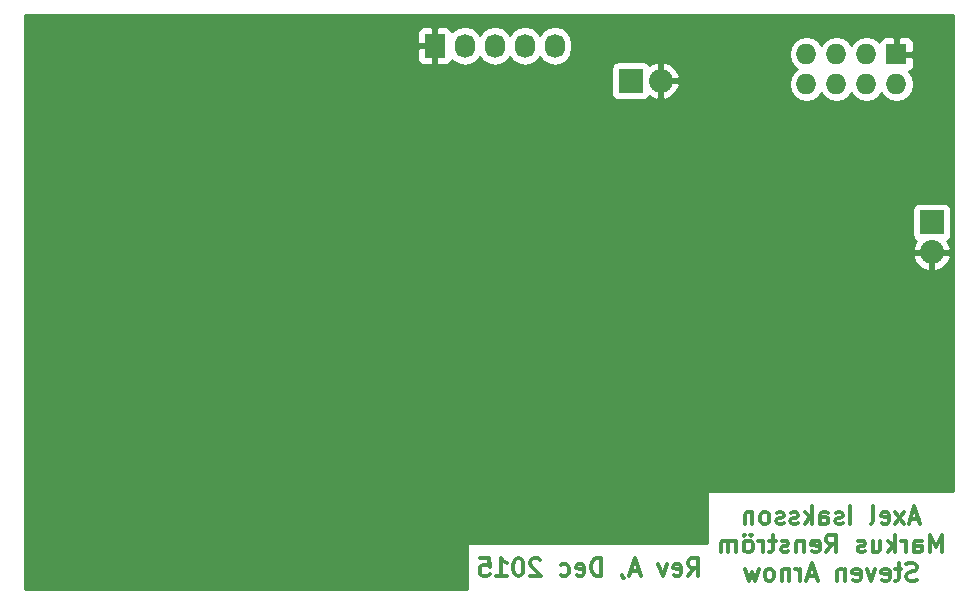
<source format=gbr>
G04 #@! TF.FileFunction,Copper,L2,Bot,Signal*
%FSLAX46Y46*%
G04 Gerber Fmt 4.6, Leading zero omitted, Abs format (unit mm)*
G04 Created by KiCad (PCBNEW (2015-09-28 BZR 6225)-product) date fre 11 dec 2015 17:30:42*
%MOMM*%
G01*
G04 APERTURE LIST*
%ADD10C,0.100000*%
%ADD11C,0.300000*%
%ADD12R,1.727200X1.727200*%
%ADD13O,1.727200X1.727200*%
%ADD14R,1.727200X2.032000*%
%ADD15O,1.727200X2.032000*%
%ADD16R,2.032000X2.032000*%
%ADD17O,2.032000X2.032000*%
%ADD18C,2.540000*%
%ADD19C,0.500000*%
%ADD20C,0.254000*%
G04 APERTURE END LIST*
D10*
D11*
X176357141Y-98178571D02*
X176857141Y-97464286D01*
X177214284Y-98178571D02*
X177214284Y-96678571D01*
X176642856Y-96678571D01*
X176499998Y-96750000D01*
X176428570Y-96821429D01*
X176357141Y-96964286D01*
X176357141Y-97178571D01*
X176428570Y-97321429D01*
X176499998Y-97392857D01*
X176642856Y-97464286D01*
X177214284Y-97464286D01*
X175142856Y-98107143D02*
X175285713Y-98178571D01*
X175571427Y-98178571D01*
X175714284Y-98107143D01*
X175785713Y-97964286D01*
X175785713Y-97392857D01*
X175714284Y-97250000D01*
X175571427Y-97178571D01*
X175285713Y-97178571D01*
X175142856Y-97250000D01*
X175071427Y-97392857D01*
X175071427Y-97535714D01*
X175785713Y-97678571D01*
X174571427Y-97178571D02*
X174214284Y-98178571D01*
X173857142Y-97178571D01*
X172214285Y-97750000D02*
X171499999Y-97750000D01*
X172357142Y-98178571D02*
X171857142Y-96678571D01*
X171357142Y-98178571D01*
X170785714Y-98107143D02*
X170785714Y-98178571D01*
X170857142Y-98321429D01*
X170928571Y-98392857D01*
X168999999Y-98178571D02*
X168999999Y-96678571D01*
X168642856Y-96678571D01*
X168428571Y-96750000D01*
X168285713Y-96892857D01*
X168214285Y-97035714D01*
X168142856Y-97321429D01*
X168142856Y-97535714D01*
X168214285Y-97821429D01*
X168285713Y-97964286D01*
X168428571Y-98107143D01*
X168642856Y-98178571D01*
X168999999Y-98178571D01*
X166928571Y-98107143D02*
X167071428Y-98178571D01*
X167357142Y-98178571D01*
X167499999Y-98107143D01*
X167571428Y-97964286D01*
X167571428Y-97392857D01*
X167499999Y-97250000D01*
X167357142Y-97178571D01*
X167071428Y-97178571D01*
X166928571Y-97250000D01*
X166857142Y-97392857D01*
X166857142Y-97535714D01*
X167571428Y-97678571D01*
X165571428Y-98107143D02*
X165714285Y-98178571D01*
X165999999Y-98178571D01*
X166142857Y-98107143D01*
X166214285Y-98035714D01*
X166285714Y-97892857D01*
X166285714Y-97464286D01*
X166214285Y-97321429D01*
X166142857Y-97250000D01*
X165999999Y-97178571D01*
X165714285Y-97178571D01*
X165571428Y-97250000D01*
X163857143Y-96821429D02*
X163785714Y-96750000D01*
X163642857Y-96678571D01*
X163285714Y-96678571D01*
X163142857Y-96750000D01*
X163071428Y-96821429D01*
X163000000Y-96964286D01*
X163000000Y-97107143D01*
X163071428Y-97321429D01*
X163928571Y-98178571D01*
X163000000Y-98178571D01*
X162071429Y-96678571D02*
X161928572Y-96678571D01*
X161785715Y-96750000D01*
X161714286Y-96821429D01*
X161642857Y-96964286D01*
X161571429Y-97250000D01*
X161571429Y-97607143D01*
X161642857Y-97892857D01*
X161714286Y-98035714D01*
X161785715Y-98107143D01*
X161928572Y-98178571D01*
X162071429Y-98178571D01*
X162214286Y-98107143D01*
X162285715Y-98035714D01*
X162357143Y-97892857D01*
X162428572Y-97607143D01*
X162428572Y-97250000D01*
X162357143Y-96964286D01*
X162285715Y-96821429D01*
X162214286Y-96750000D01*
X162071429Y-96678571D01*
X160142858Y-98178571D02*
X161000001Y-98178571D01*
X160571429Y-98178571D02*
X160571429Y-96678571D01*
X160714286Y-96892857D01*
X160857144Y-97035714D01*
X161000001Y-97107143D01*
X158785715Y-96678571D02*
X159500001Y-96678571D01*
X159571430Y-97392857D01*
X159500001Y-97321429D01*
X159357144Y-97250000D01*
X159000001Y-97250000D01*
X158857144Y-97321429D01*
X158785715Y-97392857D01*
X158714287Y-97535714D01*
X158714287Y-97892857D01*
X158785715Y-98035714D01*
X158857144Y-98107143D01*
X159000001Y-98178571D01*
X159357144Y-98178571D01*
X159500001Y-98107143D01*
X159571430Y-98035714D01*
X195892858Y-93350000D02*
X195178572Y-93350000D01*
X196035715Y-93778571D02*
X195535715Y-92278571D01*
X195035715Y-93778571D01*
X194678572Y-93778571D02*
X193892858Y-92778571D01*
X194678572Y-92778571D02*
X193892858Y-93778571D01*
X192750001Y-93707143D02*
X192892858Y-93778571D01*
X193178572Y-93778571D01*
X193321429Y-93707143D01*
X193392858Y-93564286D01*
X193392858Y-92992857D01*
X193321429Y-92850000D01*
X193178572Y-92778571D01*
X192892858Y-92778571D01*
X192750001Y-92850000D01*
X192678572Y-92992857D01*
X192678572Y-93135714D01*
X193392858Y-93278571D01*
X191821429Y-93778571D02*
X191964287Y-93707143D01*
X192035715Y-93564286D01*
X192035715Y-92278571D01*
X190107144Y-93778571D02*
X190107144Y-92278571D01*
X189464287Y-93707143D02*
X189321430Y-93778571D01*
X189035715Y-93778571D01*
X188892858Y-93707143D01*
X188821430Y-93564286D01*
X188821430Y-93492857D01*
X188892858Y-93350000D01*
X189035715Y-93278571D01*
X189250001Y-93278571D01*
X189392858Y-93207143D01*
X189464287Y-93064286D01*
X189464287Y-92992857D01*
X189392858Y-92850000D01*
X189250001Y-92778571D01*
X189035715Y-92778571D01*
X188892858Y-92850000D01*
X187535715Y-93778571D02*
X187535715Y-92992857D01*
X187607144Y-92850000D01*
X187750001Y-92778571D01*
X188035715Y-92778571D01*
X188178572Y-92850000D01*
X187535715Y-93707143D02*
X187678572Y-93778571D01*
X188035715Y-93778571D01*
X188178572Y-93707143D01*
X188250001Y-93564286D01*
X188250001Y-93421429D01*
X188178572Y-93278571D01*
X188035715Y-93207143D01*
X187678572Y-93207143D01*
X187535715Y-93135714D01*
X186821429Y-93778571D02*
X186821429Y-92278571D01*
X186678572Y-93207143D02*
X186250001Y-93778571D01*
X186250001Y-92778571D02*
X186821429Y-93350000D01*
X185678572Y-93707143D02*
X185535715Y-93778571D01*
X185250000Y-93778571D01*
X185107143Y-93707143D01*
X185035715Y-93564286D01*
X185035715Y-93492857D01*
X185107143Y-93350000D01*
X185250000Y-93278571D01*
X185464286Y-93278571D01*
X185607143Y-93207143D01*
X185678572Y-93064286D01*
X185678572Y-92992857D01*
X185607143Y-92850000D01*
X185464286Y-92778571D01*
X185250000Y-92778571D01*
X185107143Y-92850000D01*
X184464286Y-93707143D02*
X184321429Y-93778571D01*
X184035714Y-93778571D01*
X183892857Y-93707143D01*
X183821429Y-93564286D01*
X183821429Y-93492857D01*
X183892857Y-93350000D01*
X184035714Y-93278571D01*
X184250000Y-93278571D01*
X184392857Y-93207143D01*
X184464286Y-93064286D01*
X184464286Y-92992857D01*
X184392857Y-92850000D01*
X184250000Y-92778571D01*
X184035714Y-92778571D01*
X183892857Y-92850000D01*
X182964285Y-93778571D02*
X183107143Y-93707143D01*
X183178571Y-93635714D01*
X183250000Y-93492857D01*
X183250000Y-93064286D01*
X183178571Y-92921429D01*
X183107143Y-92850000D01*
X182964285Y-92778571D01*
X182750000Y-92778571D01*
X182607143Y-92850000D01*
X182535714Y-92921429D01*
X182464285Y-93064286D01*
X182464285Y-93492857D01*
X182535714Y-93635714D01*
X182607143Y-93707143D01*
X182750000Y-93778571D01*
X182964285Y-93778571D01*
X181821428Y-92778571D02*
X181821428Y-93778571D01*
X181821428Y-92921429D02*
X181750000Y-92850000D01*
X181607142Y-92778571D01*
X181392857Y-92778571D01*
X181250000Y-92850000D01*
X181178571Y-92992857D01*
X181178571Y-93778571D01*
X197857143Y-96178571D02*
X197857143Y-94678571D01*
X197357143Y-95750000D01*
X196857143Y-94678571D01*
X196857143Y-96178571D01*
X195500000Y-96178571D02*
X195500000Y-95392857D01*
X195571429Y-95250000D01*
X195714286Y-95178571D01*
X196000000Y-95178571D01*
X196142857Y-95250000D01*
X195500000Y-96107143D02*
X195642857Y-96178571D01*
X196000000Y-96178571D01*
X196142857Y-96107143D01*
X196214286Y-95964286D01*
X196214286Y-95821429D01*
X196142857Y-95678571D01*
X196000000Y-95607143D01*
X195642857Y-95607143D01*
X195500000Y-95535714D01*
X194785714Y-96178571D02*
X194785714Y-95178571D01*
X194785714Y-95464286D02*
X194714286Y-95321429D01*
X194642857Y-95250000D01*
X194500000Y-95178571D01*
X194357143Y-95178571D01*
X193857143Y-96178571D02*
X193857143Y-94678571D01*
X193714286Y-95607143D02*
X193285715Y-96178571D01*
X193285715Y-95178571D02*
X193857143Y-95750000D01*
X192000000Y-95178571D02*
X192000000Y-96178571D01*
X192642857Y-95178571D02*
X192642857Y-95964286D01*
X192571429Y-96107143D01*
X192428571Y-96178571D01*
X192214286Y-96178571D01*
X192071429Y-96107143D01*
X192000000Y-96035714D01*
X191357143Y-96107143D02*
X191214286Y-96178571D01*
X190928571Y-96178571D01*
X190785714Y-96107143D01*
X190714286Y-95964286D01*
X190714286Y-95892857D01*
X190785714Y-95750000D01*
X190928571Y-95678571D01*
X191142857Y-95678571D01*
X191285714Y-95607143D01*
X191357143Y-95464286D01*
X191357143Y-95392857D01*
X191285714Y-95250000D01*
X191142857Y-95178571D01*
X190928571Y-95178571D01*
X190785714Y-95250000D01*
X188071428Y-96178571D02*
X188571428Y-95464286D01*
X188928571Y-96178571D02*
X188928571Y-94678571D01*
X188357143Y-94678571D01*
X188214285Y-94750000D01*
X188142857Y-94821429D01*
X188071428Y-94964286D01*
X188071428Y-95178571D01*
X188142857Y-95321429D01*
X188214285Y-95392857D01*
X188357143Y-95464286D01*
X188928571Y-95464286D01*
X186857143Y-96107143D02*
X187000000Y-96178571D01*
X187285714Y-96178571D01*
X187428571Y-96107143D01*
X187500000Y-95964286D01*
X187500000Y-95392857D01*
X187428571Y-95250000D01*
X187285714Y-95178571D01*
X187000000Y-95178571D01*
X186857143Y-95250000D01*
X186785714Y-95392857D01*
X186785714Y-95535714D01*
X187500000Y-95678571D01*
X186142857Y-95178571D02*
X186142857Y-96178571D01*
X186142857Y-95321429D02*
X186071429Y-95250000D01*
X185928571Y-95178571D01*
X185714286Y-95178571D01*
X185571429Y-95250000D01*
X185500000Y-95392857D01*
X185500000Y-96178571D01*
X184857143Y-96107143D02*
X184714286Y-96178571D01*
X184428571Y-96178571D01*
X184285714Y-96107143D01*
X184214286Y-95964286D01*
X184214286Y-95892857D01*
X184285714Y-95750000D01*
X184428571Y-95678571D01*
X184642857Y-95678571D01*
X184785714Y-95607143D01*
X184857143Y-95464286D01*
X184857143Y-95392857D01*
X184785714Y-95250000D01*
X184642857Y-95178571D01*
X184428571Y-95178571D01*
X184285714Y-95250000D01*
X183785714Y-95178571D02*
X183214285Y-95178571D01*
X183571428Y-94678571D02*
X183571428Y-95964286D01*
X183500000Y-96107143D01*
X183357142Y-96178571D01*
X183214285Y-96178571D01*
X182714285Y-96178571D02*
X182714285Y-95178571D01*
X182714285Y-95464286D02*
X182642857Y-95321429D01*
X182571428Y-95250000D01*
X182428571Y-95178571D01*
X182285714Y-95178571D01*
X181571428Y-96178571D02*
X181714286Y-96107143D01*
X181785714Y-96035714D01*
X181857143Y-95892857D01*
X181857143Y-95464286D01*
X181785714Y-95321429D01*
X181714286Y-95250000D01*
X181571428Y-95178571D01*
X181357143Y-95178571D01*
X181214286Y-95250000D01*
X181142857Y-95321429D01*
X181071428Y-95464286D01*
X181071428Y-95892857D01*
X181142857Y-96035714D01*
X181214286Y-96107143D01*
X181357143Y-96178571D01*
X181571428Y-96178571D01*
X181714286Y-94678571D02*
X181642857Y-94750000D01*
X181714286Y-94821429D01*
X181785714Y-94750000D01*
X181714286Y-94678571D01*
X181714286Y-94821429D01*
X181142857Y-94678571D02*
X181071428Y-94750000D01*
X181142857Y-94821429D01*
X181214286Y-94750000D01*
X181142857Y-94678571D01*
X181142857Y-94821429D01*
X180428571Y-96178571D02*
X180428571Y-95178571D01*
X180428571Y-95321429D02*
X180357143Y-95250000D01*
X180214285Y-95178571D01*
X180000000Y-95178571D01*
X179857143Y-95250000D01*
X179785714Y-95392857D01*
X179785714Y-96178571D01*
X179785714Y-95392857D02*
X179714285Y-95250000D01*
X179571428Y-95178571D01*
X179357143Y-95178571D01*
X179214285Y-95250000D01*
X179142857Y-95392857D01*
X179142857Y-96178571D01*
X195714285Y-98507143D02*
X195499999Y-98578571D01*
X195142856Y-98578571D01*
X194999999Y-98507143D01*
X194928570Y-98435714D01*
X194857142Y-98292857D01*
X194857142Y-98150000D01*
X194928570Y-98007143D01*
X194999999Y-97935714D01*
X195142856Y-97864286D01*
X195428570Y-97792857D01*
X195571428Y-97721429D01*
X195642856Y-97650000D01*
X195714285Y-97507143D01*
X195714285Y-97364286D01*
X195642856Y-97221429D01*
X195571428Y-97150000D01*
X195428570Y-97078571D01*
X195071428Y-97078571D01*
X194857142Y-97150000D01*
X194428571Y-97578571D02*
X193857142Y-97578571D01*
X194214285Y-97078571D02*
X194214285Y-98364286D01*
X194142857Y-98507143D01*
X193999999Y-98578571D01*
X193857142Y-98578571D01*
X192785714Y-98507143D02*
X192928571Y-98578571D01*
X193214285Y-98578571D01*
X193357142Y-98507143D01*
X193428571Y-98364286D01*
X193428571Y-97792857D01*
X193357142Y-97650000D01*
X193214285Y-97578571D01*
X192928571Y-97578571D01*
X192785714Y-97650000D01*
X192714285Y-97792857D01*
X192714285Y-97935714D01*
X193428571Y-98078571D01*
X192214285Y-97578571D02*
X191857142Y-98578571D01*
X191500000Y-97578571D01*
X190357143Y-98507143D02*
X190500000Y-98578571D01*
X190785714Y-98578571D01*
X190928571Y-98507143D01*
X191000000Y-98364286D01*
X191000000Y-97792857D01*
X190928571Y-97650000D01*
X190785714Y-97578571D01*
X190500000Y-97578571D01*
X190357143Y-97650000D01*
X190285714Y-97792857D01*
X190285714Y-97935714D01*
X191000000Y-98078571D01*
X189642857Y-97578571D02*
X189642857Y-98578571D01*
X189642857Y-97721429D02*
X189571429Y-97650000D01*
X189428571Y-97578571D01*
X189214286Y-97578571D01*
X189071429Y-97650000D01*
X189000000Y-97792857D01*
X189000000Y-98578571D01*
X187214286Y-98150000D02*
X186500000Y-98150000D01*
X187357143Y-98578571D02*
X186857143Y-97078571D01*
X186357143Y-98578571D01*
X185857143Y-98578571D02*
X185857143Y-97578571D01*
X185857143Y-97864286D02*
X185785715Y-97721429D01*
X185714286Y-97650000D01*
X185571429Y-97578571D01*
X185428572Y-97578571D01*
X184928572Y-97578571D02*
X184928572Y-98578571D01*
X184928572Y-97721429D02*
X184857144Y-97650000D01*
X184714286Y-97578571D01*
X184500001Y-97578571D01*
X184357144Y-97650000D01*
X184285715Y-97792857D01*
X184285715Y-98578571D01*
X183357143Y-98578571D02*
X183500001Y-98507143D01*
X183571429Y-98435714D01*
X183642858Y-98292857D01*
X183642858Y-97864286D01*
X183571429Y-97721429D01*
X183500001Y-97650000D01*
X183357143Y-97578571D01*
X183142858Y-97578571D01*
X183000001Y-97650000D01*
X182928572Y-97721429D01*
X182857143Y-97864286D01*
X182857143Y-98292857D01*
X182928572Y-98435714D01*
X183000001Y-98507143D01*
X183142858Y-98578571D01*
X183357143Y-98578571D01*
X182357143Y-97578571D02*
X182071429Y-98578571D01*
X181785715Y-97864286D01*
X181500000Y-98578571D01*
X181214286Y-97578571D01*
D12*
X194000000Y-54000000D03*
D13*
X194000000Y-56540000D03*
X191460000Y-54000000D03*
X191460000Y-56540000D03*
X188920000Y-54000000D03*
X188920000Y-56540000D03*
X186380000Y-54000000D03*
X186380000Y-56540000D03*
D14*
X154920000Y-53300000D03*
D15*
X157460000Y-53300000D03*
X160000000Y-53300000D03*
X162540000Y-53300000D03*
X165080000Y-53300000D03*
D16*
X197000000Y-68250000D03*
D17*
X197000000Y-70790000D03*
D16*
X171500000Y-56250000D03*
D17*
X174040000Y-56250000D03*
D18*
X180000000Y-70250000D03*
X183500000Y-80500000D03*
X168500000Y-82250000D03*
X156500000Y-81500000D03*
X139000000Y-87000000D03*
X137500000Y-80500000D03*
X135000000Y-65250000D03*
D19*
X180000000Y-70250000D02*
X177250000Y-70250000D01*
X183500000Y-80500000D02*
X181250000Y-80500000D01*
X168500000Y-82250000D02*
X167230001Y-80980001D01*
X167230001Y-80980001D02*
X167230001Y-80730001D01*
X156500000Y-81500000D02*
X157769999Y-80230001D01*
X157769999Y-80230001D02*
X157769999Y-80019999D01*
X139000000Y-87000000D02*
X140269999Y-85730001D01*
X140269999Y-85730001D02*
X140480001Y-85730001D01*
X137500000Y-80500000D02*
X140000000Y-80500000D01*
X135000000Y-65250000D02*
X136796051Y-65250000D01*
X136796051Y-65250000D02*
X137000000Y-65453949D01*
D20*
G36*
X198790000Y-90965000D02*
X178000714Y-90965000D01*
X178000714Y-95365000D01*
X157643573Y-95365000D01*
X157643573Y-99290000D01*
X120210000Y-99290000D01*
X120210000Y-71172944D01*
X195394025Y-71172944D01*
X195593615Y-71654818D01*
X196031621Y-72127188D01*
X196617054Y-72395983D01*
X196873000Y-72277367D01*
X196873000Y-70917000D01*
X197127000Y-70917000D01*
X197127000Y-72277367D01*
X197382946Y-72395983D01*
X197968379Y-72127188D01*
X198406385Y-71654818D01*
X198605975Y-71172944D01*
X198486836Y-70917000D01*
X197127000Y-70917000D01*
X196873000Y-70917000D01*
X195513164Y-70917000D01*
X195394025Y-71172944D01*
X120210000Y-71172944D01*
X120210000Y-67234000D01*
X195336560Y-67234000D01*
X195336560Y-69266000D01*
X195380838Y-69501317D01*
X195519910Y-69717441D01*
X195682948Y-69828840D01*
X195593615Y-69925182D01*
X195394025Y-70407056D01*
X195513164Y-70663000D01*
X196873000Y-70663000D01*
X196873000Y-70643000D01*
X197127000Y-70643000D01*
X197127000Y-70663000D01*
X198486836Y-70663000D01*
X198605975Y-70407056D01*
X198406385Y-69925182D01*
X198315903Y-69827602D01*
X198467441Y-69730090D01*
X198612431Y-69517890D01*
X198663440Y-69266000D01*
X198663440Y-67234000D01*
X198619162Y-66998683D01*
X198480090Y-66782559D01*
X198267890Y-66637569D01*
X198016000Y-66586560D01*
X195984000Y-66586560D01*
X195748683Y-66630838D01*
X195532559Y-66769910D01*
X195387569Y-66982110D01*
X195336560Y-67234000D01*
X120210000Y-67234000D01*
X120210000Y-55234000D01*
X169836560Y-55234000D01*
X169836560Y-57266000D01*
X169880838Y-57501317D01*
X170019910Y-57717441D01*
X170232110Y-57862431D01*
X170484000Y-57913440D01*
X172516000Y-57913440D01*
X172751317Y-57869162D01*
X172967441Y-57730090D01*
X173078840Y-57567052D01*
X173175182Y-57656385D01*
X173657056Y-57855975D01*
X173913000Y-57736836D01*
X173913000Y-56377000D01*
X174167000Y-56377000D01*
X174167000Y-57736836D01*
X174422944Y-57855975D01*
X174904818Y-57656385D01*
X175377188Y-57218379D01*
X175645983Y-56632946D01*
X175527367Y-56377000D01*
X174167000Y-56377000D01*
X173913000Y-56377000D01*
X173893000Y-56377000D01*
X173893000Y-56123000D01*
X173913000Y-56123000D01*
X173913000Y-54763164D01*
X174167000Y-54763164D01*
X174167000Y-56123000D01*
X175527367Y-56123000D01*
X175645983Y-55867054D01*
X175377188Y-55281621D01*
X174904818Y-54843615D01*
X174422944Y-54644025D01*
X174167000Y-54763164D01*
X173913000Y-54763164D01*
X173657056Y-54644025D01*
X173175182Y-54843615D01*
X173077602Y-54934097D01*
X172980090Y-54782559D01*
X172767890Y-54637569D01*
X172516000Y-54586560D01*
X170484000Y-54586560D01*
X170248683Y-54630838D01*
X170032559Y-54769910D01*
X169887569Y-54982110D01*
X169836560Y-55234000D01*
X120210000Y-55234000D01*
X120210000Y-53585750D01*
X153421400Y-53585750D01*
X153421400Y-54442309D01*
X153518073Y-54675698D01*
X153696701Y-54854327D01*
X153930090Y-54951000D01*
X154634250Y-54951000D01*
X154793000Y-54792250D01*
X154793000Y-53427000D01*
X153580150Y-53427000D01*
X153421400Y-53585750D01*
X120210000Y-53585750D01*
X120210000Y-52157691D01*
X153421400Y-52157691D01*
X153421400Y-53014250D01*
X153580150Y-53173000D01*
X154793000Y-53173000D01*
X154793000Y-51807750D01*
X155047000Y-51807750D01*
X155047000Y-53173000D01*
X155067000Y-53173000D01*
X155067000Y-53427000D01*
X155047000Y-53427000D01*
X155047000Y-54792250D01*
X155205750Y-54951000D01*
X155909910Y-54951000D01*
X156143299Y-54854327D01*
X156321927Y-54675698D01*
X156385500Y-54522220D01*
X156400330Y-54544415D01*
X156886511Y-54869271D01*
X157460000Y-54983345D01*
X158033489Y-54869271D01*
X158519670Y-54544415D01*
X158730000Y-54229634D01*
X158940330Y-54544415D01*
X159426511Y-54869271D01*
X160000000Y-54983345D01*
X160573489Y-54869271D01*
X161059670Y-54544415D01*
X161270000Y-54229634D01*
X161480330Y-54544415D01*
X161966511Y-54869271D01*
X162540000Y-54983345D01*
X163113489Y-54869271D01*
X163599670Y-54544415D01*
X163810000Y-54229634D01*
X164020330Y-54544415D01*
X164506511Y-54869271D01*
X165080000Y-54983345D01*
X165653489Y-54869271D01*
X166139670Y-54544415D01*
X166464526Y-54058234D01*
X166481949Y-53970641D01*
X184881400Y-53970641D01*
X184881400Y-54029359D01*
X184995474Y-54602848D01*
X185320330Y-55089029D01*
X185591172Y-55270000D01*
X185320330Y-55450971D01*
X184995474Y-55937152D01*
X184881400Y-56510641D01*
X184881400Y-56569359D01*
X184995474Y-57142848D01*
X185320330Y-57629029D01*
X185806511Y-57953885D01*
X186380000Y-58067959D01*
X186953489Y-57953885D01*
X187439670Y-57629029D01*
X187650000Y-57314248D01*
X187860330Y-57629029D01*
X188346511Y-57953885D01*
X188920000Y-58067959D01*
X189493489Y-57953885D01*
X189979670Y-57629029D01*
X190190000Y-57314248D01*
X190400330Y-57629029D01*
X190886511Y-57953885D01*
X191460000Y-58067959D01*
X192033489Y-57953885D01*
X192519670Y-57629029D01*
X192730000Y-57314248D01*
X192940330Y-57629029D01*
X193426511Y-57953885D01*
X194000000Y-58067959D01*
X194573489Y-57953885D01*
X195059670Y-57629029D01*
X195384526Y-57142848D01*
X195498600Y-56569359D01*
X195498600Y-56510641D01*
X195384526Y-55937152D01*
X195069474Y-55465644D01*
X195223299Y-55401927D01*
X195401927Y-55223298D01*
X195498600Y-54989909D01*
X195498600Y-54285750D01*
X195339850Y-54127000D01*
X194127000Y-54127000D01*
X194127000Y-54147000D01*
X193873000Y-54147000D01*
X193873000Y-54127000D01*
X193853000Y-54127000D01*
X193853000Y-53873000D01*
X193873000Y-53873000D01*
X193873000Y-52660150D01*
X194127000Y-52660150D01*
X194127000Y-53873000D01*
X195339850Y-53873000D01*
X195498600Y-53714250D01*
X195498600Y-53010091D01*
X195401927Y-52776702D01*
X195223299Y-52598073D01*
X194989910Y-52501400D01*
X194285750Y-52501400D01*
X194127000Y-52660150D01*
X193873000Y-52660150D01*
X193714250Y-52501400D01*
X193010090Y-52501400D01*
X192776701Y-52598073D01*
X192598073Y-52776702D01*
X192533737Y-52932023D01*
X192519670Y-52910971D01*
X192033489Y-52586115D01*
X191460000Y-52472041D01*
X190886511Y-52586115D01*
X190400330Y-52910971D01*
X190190000Y-53225752D01*
X189979670Y-52910971D01*
X189493489Y-52586115D01*
X188920000Y-52472041D01*
X188346511Y-52586115D01*
X187860330Y-52910971D01*
X187650000Y-53225752D01*
X187439670Y-52910971D01*
X186953489Y-52586115D01*
X186380000Y-52472041D01*
X185806511Y-52586115D01*
X185320330Y-52910971D01*
X184995474Y-53397152D01*
X184881400Y-53970641D01*
X166481949Y-53970641D01*
X166578600Y-53484745D01*
X166578600Y-53115255D01*
X166464526Y-52541766D01*
X166139670Y-52055585D01*
X165653489Y-51730729D01*
X165080000Y-51616655D01*
X164506511Y-51730729D01*
X164020330Y-52055585D01*
X163810000Y-52370366D01*
X163599670Y-52055585D01*
X163113489Y-51730729D01*
X162540000Y-51616655D01*
X161966511Y-51730729D01*
X161480330Y-52055585D01*
X161270000Y-52370366D01*
X161059670Y-52055585D01*
X160573489Y-51730729D01*
X160000000Y-51616655D01*
X159426511Y-51730729D01*
X158940330Y-52055585D01*
X158730000Y-52370366D01*
X158519670Y-52055585D01*
X158033489Y-51730729D01*
X157460000Y-51616655D01*
X156886511Y-51730729D01*
X156400330Y-52055585D01*
X156385500Y-52077780D01*
X156321927Y-51924302D01*
X156143299Y-51745673D01*
X155909910Y-51649000D01*
X155205750Y-51649000D01*
X155047000Y-51807750D01*
X154793000Y-51807750D01*
X154634250Y-51649000D01*
X153930090Y-51649000D01*
X153696701Y-51745673D01*
X153518073Y-51924302D01*
X153421400Y-52157691D01*
X120210000Y-52157691D01*
X120210000Y-50710000D01*
X198790000Y-50710000D01*
X198790000Y-90965000D01*
X198790000Y-90965000D01*
G37*
X198790000Y-90965000D02*
X178000714Y-90965000D01*
X178000714Y-95365000D01*
X157643573Y-95365000D01*
X157643573Y-99290000D01*
X120210000Y-99290000D01*
X120210000Y-71172944D01*
X195394025Y-71172944D01*
X195593615Y-71654818D01*
X196031621Y-72127188D01*
X196617054Y-72395983D01*
X196873000Y-72277367D01*
X196873000Y-70917000D01*
X197127000Y-70917000D01*
X197127000Y-72277367D01*
X197382946Y-72395983D01*
X197968379Y-72127188D01*
X198406385Y-71654818D01*
X198605975Y-71172944D01*
X198486836Y-70917000D01*
X197127000Y-70917000D01*
X196873000Y-70917000D01*
X195513164Y-70917000D01*
X195394025Y-71172944D01*
X120210000Y-71172944D01*
X120210000Y-67234000D01*
X195336560Y-67234000D01*
X195336560Y-69266000D01*
X195380838Y-69501317D01*
X195519910Y-69717441D01*
X195682948Y-69828840D01*
X195593615Y-69925182D01*
X195394025Y-70407056D01*
X195513164Y-70663000D01*
X196873000Y-70663000D01*
X196873000Y-70643000D01*
X197127000Y-70643000D01*
X197127000Y-70663000D01*
X198486836Y-70663000D01*
X198605975Y-70407056D01*
X198406385Y-69925182D01*
X198315903Y-69827602D01*
X198467441Y-69730090D01*
X198612431Y-69517890D01*
X198663440Y-69266000D01*
X198663440Y-67234000D01*
X198619162Y-66998683D01*
X198480090Y-66782559D01*
X198267890Y-66637569D01*
X198016000Y-66586560D01*
X195984000Y-66586560D01*
X195748683Y-66630838D01*
X195532559Y-66769910D01*
X195387569Y-66982110D01*
X195336560Y-67234000D01*
X120210000Y-67234000D01*
X120210000Y-55234000D01*
X169836560Y-55234000D01*
X169836560Y-57266000D01*
X169880838Y-57501317D01*
X170019910Y-57717441D01*
X170232110Y-57862431D01*
X170484000Y-57913440D01*
X172516000Y-57913440D01*
X172751317Y-57869162D01*
X172967441Y-57730090D01*
X173078840Y-57567052D01*
X173175182Y-57656385D01*
X173657056Y-57855975D01*
X173913000Y-57736836D01*
X173913000Y-56377000D01*
X174167000Y-56377000D01*
X174167000Y-57736836D01*
X174422944Y-57855975D01*
X174904818Y-57656385D01*
X175377188Y-57218379D01*
X175645983Y-56632946D01*
X175527367Y-56377000D01*
X174167000Y-56377000D01*
X173913000Y-56377000D01*
X173893000Y-56377000D01*
X173893000Y-56123000D01*
X173913000Y-56123000D01*
X173913000Y-54763164D01*
X174167000Y-54763164D01*
X174167000Y-56123000D01*
X175527367Y-56123000D01*
X175645983Y-55867054D01*
X175377188Y-55281621D01*
X174904818Y-54843615D01*
X174422944Y-54644025D01*
X174167000Y-54763164D01*
X173913000Y-54763164D01*
X173657056Y-54644025D01*
X173175182Y-54843615D01*
X173077602Y-54934097D01*
X172980090Y-54782559D01*
X172767890Y-54637569D01*
X172516000Y-54586560D01*
X170484000Y-54586560D01*
X170248683Y-54630838D01*
X170032559Y-54769910D01*
X169887569Y-54982110D01*
X169836560Y-55234000D01*
X120210000Y-55234000D01*
X120210000Y-53585750D01*
X153421400Y-53585750D01*
X153421400Y-54442309D01*
X153518073Y-54675698D01*
X153696701Y-54854327D01*
X153930090Y-54951000D01*
X154634250Y-54951000D01*
X154793000Y-54792250D01*
X154793000Y-53427000D01*
X153580150Y-53427000D01*
X153421400Y-53585750D01*
X120210000Y-53585750D01*
X120210000Y-52157691D01*
X153421400Y-52157691D01*
X153421400Y-53014250D01*
X153580150Y-53173000D01*
X154793000Y-53173000D01*
X154793000Y-51807750D01*
X155047000Y-51807750D01*
X155047000Y-53173000D01*
X155067000Y-53173000D01*
X155067000Y-53427000D01*
X155047000Y-53427000D01*
X155047000Y-54792250D01*
X155205750Y-54951000D01*
X155909910Y-54951000D01*
X156143299Y-54854327D01*
X156321927Y-54675698D01*
X156385500Y-54522220D01*
X156400330Y-54544415D01*
X156886511Y-54869271D01*
X157460000Y-54983345D01*
X158033489Y-54869271D01*
X158519670Y-54544415D01*
X158730000Y-54229634D01*
X158940330Y-54544415D01*
X159426511Y-54869271D01*
X160000000Y-54983345D01*
X160573489Y-54869271D01*
X161059670Y-54544415D01*
X161270000Y-54229634D01*
X161480330Y-54544415D01*
X161966511Y-54869271D01*
X162540000Y-54983345D01*
X163113489Y-54869271D01*
X163599670Y-54544415D01*
X163810000Y-54229634D01*
X164020330Y-54544415D01*
X164506511Y-54869271D01*
X165080000Y-54983345D01*
X165653489Y-54869271D01*
X166139670Y-54544415D01*
X166464526Y-54058234D01*
X166481949Y-53970641D01*
X184881400Y-53970641D01*
X184881400Y-54029359D01*
X184995474Y-54602848D01*
X185320330Y-55089029D01*
X185591172Y-55270000D01*
X185320330Y-55450971D01*
X184995474Y-55937152D01*
X184881400Y-56510641D01*
X184881400Y-56569359D01*
X184995474Y-57142848D01*
X185320330Y-57629029D01*
X185806511Y-57953885D01*
X186380000Y-58067959D01*
X186953489Y-57953885D01*
X187439670Y-57629029D01*
X187650000Y-57314248D01*
X187860330Y-57629029D01*
X188346511Y-57953885D01*
X188920000Y-58067959D01*
X189493489Y-57953885D01*
X189979670Y-57629029D01*
X190190000Y-57314248D01*
X190400330Y-57629029D01*
X190886511Y-57953885D01*
X191460000Y-58067959D01*
X192033489Y-57953885D01*
X192519670Y-57629029D01*
X192730000Y-57314248D01*
X192940330Y-57629029D01*
X193426511Y-57953885D01*
X194000000Y-58067959D01*
X194573489Y-57953885D01*
X195059670Y-57629029D01*
X195384526Y-57142848D01*
X195498600Y-56569359D01*
X195498600Y-56510641D01*
X195384526Y-55937152D01*
X195069474Y-55465644D01*
X195223299Y-55401927D01*
X195401927Y-55223298D01*
X195498600Y-54989909D01*
X195498600Y-54285750D01*
X195339850Y-54127000D01*
X194127000Y-54127000D01*
X194127000Y-54147000D01*
X193873000Y-54147000D01*
X193873000Y-54127000D01*
X193853000Y-54127000D01*
X193853000Y-53873000D01*
X193873000Y-53873000D01*
X193873000Y-52660150D01*
X194127000Y-52660150D01*
X194127000Y-53873000D01*
X195339850Y-53873000D01*
X195498600Y-53714250D01*
X195498600Y-53010091D01*
X195401927Y-52776702D01*
X195223299Y-52598073D01*
X194989910Y-52501400D01*
X194285750Y-52501400D01*
X194127000Y-52660150D01*
X193873000Y-52660150D01*
X193714250Y-52501400D01*
X193010090Y-52501400D01*
X192776701Y-52598073D01*
X192598073Y-52776702D01*
X192533737Y-52932023D01*
X192519670Y-52910971D01*
X192033489Y-52586115D01*
X191460000Y-52472041D01*
X190886511Y-52586115D01*
X190400330Y-52910971D01*
X190190000Y-53225752D01*
X189979670Y-52910971D01*
X189493489Y-52586115D01*
X188920000Y-52472041D01*
X188346511Y-52586115D01*
X187860330Y-52910971D01*
X187650000Y-53225752D01*
X187439670Y-52910971D01*
X186953489Y-52586115D01*
X186380000Y-52472041D01*
X185806511Y-52586115D01*
X185320330Y-52910971D01*
X184995474Y-53397152D01*
X184881400Y-53970641D01*
X166481949Y-53970641D01*
X166578600Y-53484745D01*
X166578600Y-53115255D01*
X166464526Y-52541766D01*
X166139670Y-52055585D01*
X165653489Y-51730729D01*
X165080000Y-51616655D01*
X164506511Y-51730729D01*
X164020330Y-52055585D01*
X163810000Y-52370366D01*
X163599670Y-52055585D01*
X163113489Y-51730729D01*
X162540000Y-51616655D01*
X161966511Y-51730729D01*
X161480330Y-52055585D01*
X161270000Y-52370366D01*
X161059670Y-52055585D01*
X160573489Y-51730729D01*
X160000000Y-51616655D01*
X159426511Y-51730729D01*
X158940330Y-52055585D01*
X158730000Y-52370366D01*
X158519670Y-52055585D01*
X158033489Y-51730729D01*
X157460000Y-51616655D01*
X156886511Y-51730729D01*
X156400330Y-52055585D01*
X156385500Y-52077780D01*
X156321927Y-51924302D01*
X156143299Y-51745673D01*
X155909910Y-51649000D01*
X155205750Y-51649000D01*
X155047000Y-51807750D01*
X154793000Y-51807750D01*
X154634250Y-51649000D01*
X153930090Y-51649000D01*
X153696701Y-51745673D01*
X153518073Y-51924302D01*
X153421400Y-52157691D01*
X120210000Y-52157691D01*
X120210000Y-50710000D01*
X198790000Y-50710000D01*
X198790000Y-90965000D01*
M02*

</source>
